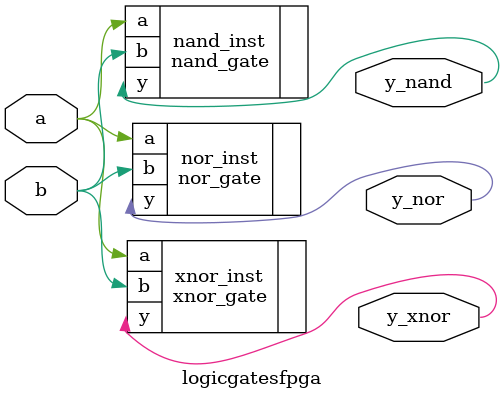
<source format=v>
module logicgatesfpga (
    input wire a, b,       //Mapped inputs for switches
    output wire y_nand,    //Mapped outputs for LEDs
    output wire y_nor,
    output wire y_xnor
);
    nand_gate nand_inst (.a(a), .b(b), .y(y_nand));
    nor_gate nor_inst (.a(a), .b(b), .y(y_nor));
    xnor_gate xnor_inst (.a(a), .b(b), .y(y_xnor));
endmodule
</source>
